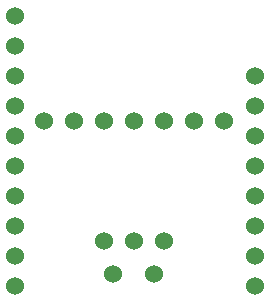
<source format=gbs>
G04 #@! TF.GenerationSoftware,KiCad,Pcbnew,(6.0.6-0)*
G04 #@! TF.CreationDate,2022-07-25T17:11:54+09:00*
G04 #@! TF.ProjectId,livecharm-20220717,6c697665-6368-4617-926d-2d3230323230,rev?*
G04 #@! TF.SameCoordinates,PX68290a0PY2e063a0*
G04 #@! TF.FileFunction,Soldermask,Bot*
G04 #@! TF.FilePolarity,Negative*
%FSLAX46Y46*%
G04 Gerber Fmt 4.6, Leading zero omitted, Abs format (unit mm)*
G04 Created by KiCad (PCBNEW (6.0.6-0)) date 2022-07-25 17:11:54*
%MOMM*%
%LPD*%
G01*
G04 APERTURE LIST*
%ADD10C,1.524000*%
G04 APERTURE END LIST*
D10*
X3960000Y-8890000D03*
X3960000Y-11430000D03*
X3960000Y-13970000D03*
X3960000Y-16510000D03*
X3960000Y-19050000D03*
X3960000Y-21590000D03*
X3960000Y-24130000D03*
X3960000Y-26670000D03*
X3960000Y-29210000D03*
X3960000Y-31750000D03*
X24280000Y-13970000D03*
X24280000Y-16510000D03*
X24280000Y-19050000D03*
X24280000Y-21590000D03*
X24280000Y-24130000D03*
X24280000Y-26670000D03*
X24280000Y-29210000D03*
X24280000Y-31750000D03*
X21590000Y-17780000D03*
X19050000Y-17780000D03*
X16510000Y-17780000D03*
X13970000Y-17780000D03*
X11430000Y-17780000D03*
X8890000Y-17780000D03*
X6350000Y-17780000D03*
X12217400Y-30734000D03*
X15722600Y-30734000D03*
X11430000Y-27940000D03*
X13970000Y-27940000D03*
X16510000Y-27940000D03*
M02*

</source>
